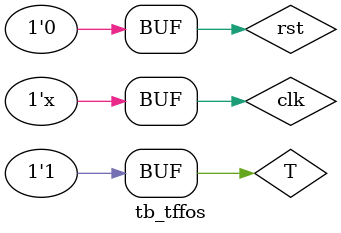
<source format=v>
module tb_tffos();

reg clk, rst, T;
wire Q;

TFF_oneshot u1(clk, rst, T, Q);

initial begin
    clk <= 0;
    rst <= 1;
    T <= 0;
    #10 rst <= 0;
    #10 rst <= 1;
    #80 T <= 0;
    #80 T <= 1;
    #80 T <= 0;
    #80 T <= 1;
    #80 T <= 0;
    #80 T <= 1;
    rst <= 0;
end

always begin
    #5 clk <= ~clk;
end

endmodule
    
</source>
